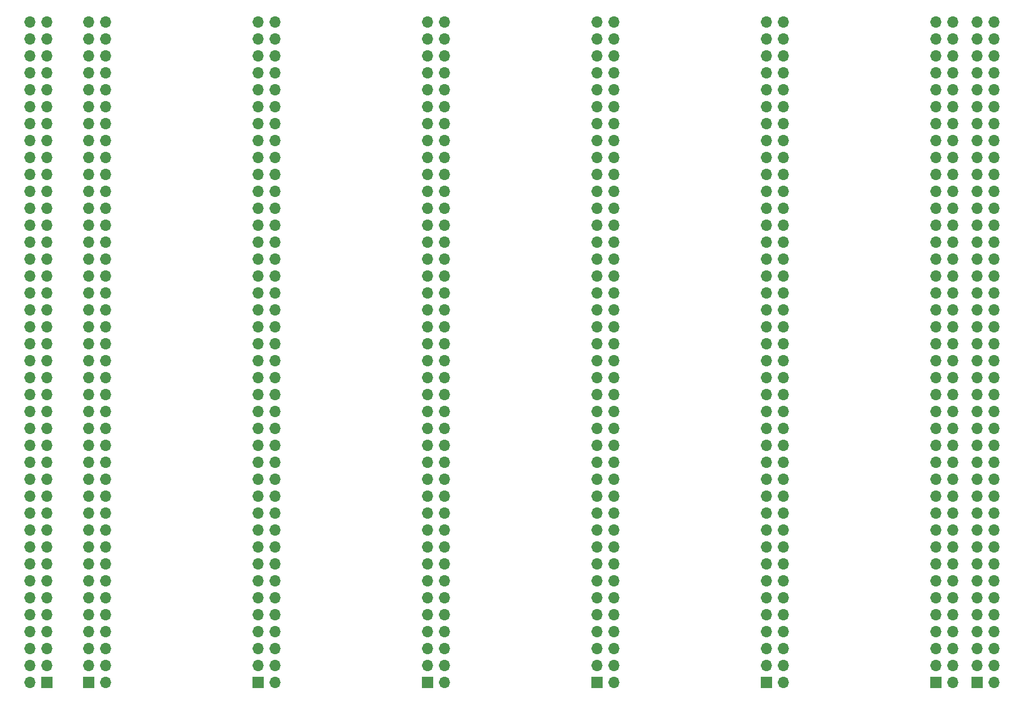
<source format=gbr>
%TF.GenerationSoftware,KiCad,Pcbnew,(5.1.10-1-10_14)*%
%TF.CreationDate,2021-07-17T22:38:12-07:00*%
%TF.ProjectId,Backplane,4261636b-706c-4616-9e65-2e6b69636164,rev?*%
%TF.SameCoordinates,Original*%
%TF.FileFunction,Copper,L2,Bot*%
%TF.FilePolarity,Positive*%
%FSLAX46Y46*%
G04 Gerber Fmt 4.6, Leading zero omitted, Abs format (unit mm)*
G04 Created by KiCad (PCBNEW (5.1.10-1-10_14)) date 2021-07-17 22:38:12*
%MOMM*%
%LPD*%
G01*
G04 APERTURE LIST*
%TA.AperFunction,ComponentPad*%
%ADD10O,1.700000X1.700000*%
%TD*%
%TA.AperFunction,ComponentPad*%
%ADD11R,1.700000X1.700000*%
%TD*%
G04 APERTURE END LIST*
D10*
%TO.P,J3,80*%
%TO.N,/41*%
X194310000Y-43815000D03*
%TO.P,J3,79*%
%TO.N,/40*%
X191770000Y-43815000D03*
%TO.P,J3,78*%
%TO.N,/42*%
X194310000Y-46355000D03*
%TO.P,J3,77*%
%TO.N,/39*%
X191770000Y-46355000D03*
%TO.P,J3,76*%
%TO.N,/43*%
X194310000Y-48895000D03*
%TO.P,J3,75*%
%TO.N,/38*%
X191770000Y-48895000D03*
%TO.P,J3,74*%
%TO.N,/44*%
X194310000Y-51435000D03*
%TO.P,J3,73*%
%TO.N,/37*%
X191770000Y-51435000D03*
%TO.P,J3,72*%
%TO.N,/45*%
X194310000Y-53975000D03*
%TO.P,J3,71*%
%TO.N,/36*%
X191770000Y-53975000D03*
%TO.P,J3,70*%
%TO.N,/46*%
X194310000Y-56515000D03*
%TO.P,J3,69*%
%TO.N,/35*%
X191770000Y-56515000D03*
%TO.P,J3,68*%
%TO.N,/47*%
X194310000Y-59055000D03*
%TO.P,J3,67*%
%TO.N,/34*%
X191770000Y-59055000D03*
%TO.P,J3,66*%
%TO.N,/48*%
X194310000Y-61595000D03*
%TO.P,J3,65*%
%TO.N,/33*%
X191770000Y-61595000D03*
%TO.P,J3,64*%
%TO.N,/49*%
X194310000Y-64135000D03*
%TO.P,J3,63*%
%TO.N,/32*%
X191770000Y-64135000D03*
%TO.P,J3,62*%
%TO.N,/50*%
X194310000Y-66675000D03*
%TO.P,J3,61*%
%TO.N,/31*%
X191770000Y-66675000D03*
%TO.P,J3,60*%
%TO.N,/51*%
X194310000Y-69215000D03*
%TO.P,J3,59*%
%TO.N,/30*%
X191770000Y-69215000D03*
%TO.P,J3,58*%
%TO.N,/52*%
X194310000Y-71755000D03*
%TO.P,J3,57*%
%TO.N,/29*%
X191770000Y-71755000D03*
%TO.P,J3,56*%
%TO.N,/53*%
X194310000Y-74295000D03*
%TO.P,J3,55*%
%TO.N,/28*%
X191770000Y-74295000D03*
%TO.P,J3,54*%
%TO.N,/54*%
X194310000Y-76835000D03*
%TO.P,J3,53*%
%TO.N,/27*%
X191770000Y-76835000D03*
%TO.P,J3,52*%
%TO.N,/55*%
X194310000Y-79375000D03*
%TO.P,J3,51*%
%TO.N,/26*%
X191770000Y-79375000D03*
%TO.P,J3,50*%
%TO.N,/56*%
X194310000Y-81915000D03*
%TO.P,J3,49*%
%TO.N,/25*%
X191770000Y-81915000D03*
%TO.P,J3,48*%
%TO.N,/57*%
X194310000Y-84455000D03*
%TO.P,J3,47*%
%TO.N,/24*%
X191770000Y-84455000D03*
%TO.P,J3,46*%
%TO.N,/58*%
X194310000Y-86995000D03*
%TO.P,J3,45*%
%TO.N,/23*%
X191770000Y-86995000D03*
%TO.P,J3,44*%
%TO.N,/59*%
X194310000Y-89535000D03*
%TO.P,J3,43*%
%TO.N,/22*%
X191770000Y-89535000D03*
%TO.P,J3,42*%
%TO.N,/60*%
X194310000Y-92075000D03*
%TO.P,J3,41*%
%TO.N,/21*%
X191770000Y-92075000D03*
%TO.P,J3,40*%
%TO.N,/61*%
X194310000Y-94615000D03*
%TO.P,J3,39*%
%TO.N,/20*%
X191770000Y-94615000D03*
%TO.P,J3,38*%
%TO.N,/62*%
X194310000Y-97155000D03*
%TO.P,J3,37*%
%TO.N,/19*%
X191770000Y-97155000D03*
%TO.P,J3,36*%
%TO.N,/63*%
X194310000Y-99695000D03*
%TO.P,J3,35*%
%TO.N,/18*%
X191770000Y-99695000D03*
%TO.P,J3,34*%
%TO.N,/64*%
X194310000Y-102235000D03*
%TO.P,J3,33*%
%TO.N,/17*%
X191770000Y-102235000D03*
%TO.P,J3,32*%
%TO.N,/65*%
X194310000Y-104775000D03*
%TO.P,J3,31*%
%TO.N,/16*%
X191770000Y-104775000D03*
%TO.P,J3,30*%
%TO.N,/66*%
X194310000Y-107315000D03*
%TO.P,J3,29*%
%TO.N,/15*%
X191770000Y-107315000D03*
%TO.P,J3,28*%
%TO.N,/67*%
X194310000Y-109855000D03*
%TO.P,J3,27*%
%TO.N,/14*%
X191770000Y-109855000D03*
%TO.P,J3,26*%
%TO.N,/68*%
X194310000Y-112395000D03*
%TO.P,J3,25*%
%TO.N,/13*%
X191770000Y-112395000D03*
%TO.P,J3,24*%
%TO.N,/69*%
X194310000Y-114935000D03*
%TO.P,J3,23*%
%TO.N,/12*%
X191770000Y-114935000D03*
%TO.P,J3,22*%
%TO.N,/70*%
X194310000Y-117475000D03*
%TO.P,J3,21*%
%TO.N,/11*%
X191770000Y-117475000D03*
%TO.P,J3,20*%
%TO.N,/71*%
X194310000Y-120015000D03*
%TO.P,J3,19*%
%TO.N,/10*%
X191770000Y-120015000D03*
%TO.P,J3,18*%
%TO.N,/72*%
X194310000Y-122555000D03*
%TO.P,J3,17*%
%TO.N,/9*%
X191770000Y-122555000D03*
%TO.P,J3,16*%
%TO.N,/73*%
X194310000Y-125095000D03*
%TO.P,J3,15*%
%TO.N,/8*%
X191770000Y-125095000D03*
%TO.P,J3,14*%
%TO.N,/74*%
X194310000Y-127635000D03*
%TO.P,J3,13*%
%TO.N,/7*%
X191770000Y-127635000D03*
%TO.P,J3,12*%
%TO.N,/75*%
X194310000Y-130175000D03*
%TO.P,J3,11*%
%TO.N,/6*%
X191770000Y-130175000D03*
%TO.P,J3,10*%
%TO.N,/76*%
X194310000Y-132715000D03*
%TO.P,J3,9*%
%TO.N,/5*%
X191770000Y-132715000D03*
%TO.P,J3,8*%
%TO.N,/77*%
X194310000Y-135255000D03*
%TO.P,J3,7*%
%TO.N,/4*%
X191770000Y-135255000D03*
%TO.P,J3,6*%
%TO.N,/78*%
X194310000Y-137795000D03*
%TO.P,J3,5*%
%TO.N,/3*%
X191770000Y-137795000D03*
%TO.P,J3,4*%
%TO.N,/79*%
X194310000Y-140335000D03*
%TO.P,J3,3*%
%TO.N,/2*%
X191770000Y-140335000D03*
%TO.P,J3,2*%
%TO.N,/80*%
X194310000Y-142875000D03*
D11*
%TO.P,J3,1*%
%TO.N,/1*%
X191770000Y-142875000D03*
%TD*%
%TO.P,J1,1*%
%TO.N,/1*%
X223393000Y-142875000D03*
D10*
%TO.P,J1,2*%
%TO.N,/80*%
X225933000Y-142875000D03*
%TO.P,J1,3*%
%TO.N,/2*%
X223393000Y-140335000D03*
%TO.P,J1,4*%
%TO.N,/79*%
X225933000Y-140335000D03*
%TO.P,J1,5*%
%TO.N,/3*%
X223393000Y-137795000D03*
%TO.P,J1,6*%
%TO.N,/78*%
X225933000Y-137795000D03*
%TO.P,J1,7*%
%TO.N,/4*%
X223393000Y-135255000D03*
%TO.P,J1,8*%
%TO.N,/77*%
X225933000Y-135255000D03*
%TO.P,J1,9*%
%TO.N,/5*%
X223393000Y-132715000D03*
%TO.P,J1,10*%
%TO.N,/76*%
X225933000Y-132715000D03*
%TO.P,J1,11*%
%TO.N,/6*%
X223393000Y-130175000D03*
%TO.P,J1,12*%
%TO.N,/75*%
X225933000Y-130175000D03*
%TO.P,J1,13*%
%TO.N,/7*%
X223393000Y-127635000D03*
%TO.P,J1,14*%
%TO.N,/74*%
X225933000Y-127635000D03*
%TO.P,J1,15*%
%TO.N,/8*%
X223393000Y-125095000D03*
%TO.P,J1,16*%
%TO.N,/73*%
X225933000Y-125095000D03*
%TO.P,J1,17*%
%TO.N,/9*%
X223393000Y-122555000D03*
%TO.P,J1,18*%
%TO.N,/72*%
X225933000Y-122555000D03*
%TO.P,J1,19*%
%TO.N,/10*%
X223393000Y-120015000D03*
%TO.P,J1,20*%
%TO.N,/71*%
X225933000Y-120015000D03*
%TO.P,J1,21*%
%TO.N,/11*%
X223393000Y-117475000D03*
%TO.P,J1,22*%
%TO.N,/70*%
X225933000Y-117475000D03*
%TO.P,J1,23*%
%TO.N,/12*%
X223393000Y-114935000D03*
%TO.P,J1,24*%
%TO.N,/69*%
X225933000Y-114935000D03*
%TO.P,J1,25*%
%TO.N,/13*%
X223393000Y-112395000D03*
%TO.P,J1,26*%
%TO.N,/68*%
X225933000Y-112395000D03*
%TO.P,J1,27*%
%TO.N,/14*%
X223393000Y-109855000D03*
%TO.P,J1,28*%
%TO.N,/67*%
X225933000Y-109855000D03*
%TO.P,J1,29*%
%TO.N,/15*%
X223393000Y-107315000D03*
%TO.P,J1,30*%
%TO.N,/66*%
X225933000Y-107315000D03*
%TO.P,J1,31*%
%TO.N,/16*%
X223393000Y-104775000D03*
%TO.P,J1,32*%
%TO.N,/65*%
X225933000Y-104775000D03*
%TO.P,J1,33*%
%TO.N,/17*%
X223393000Y-102235000D03*
%TO.P,J1,34*%
%TO.N,/64*%
X225933000Y-102235000D03*
%TO.P,J1,35*%
%TO.N,/18*%
X223393000Y-99695000D03*
%TO.P,J1,36*%
%TO.N,/63*%
X225933000Y-99695000D03*
%TO.P,J1,37*%
%TO.N,/19*%
X223393000Y-97155000D03*
%TO.P,J1,38*%
%TO.N,/62*%
X225933000Y-97155000D03*
%TO.P,J1,39*%
%TO.N,/20*%
X223393000Y-94615000D03*
%TO.P,J1,40*%
%TO.N,/61*%
X225933000Y-94615000D03*
%TO.P,J1,41*%
%TO.N,/21*%
X223393000Y-92075000D03*
%TO.P,J1,42*%
%TO.N,/60*%
X225933000Y-92075000D03*
%TO.P,J1,43*%
%TO.N,/22*%
X223393000Y-89535000D03*
%TO.P,J1,44*%
%TO.N,/59*%
X225933000Y-89535000D03*
%TO.P,J1,45*%
%TO.N,/23*%
X223393000Y-86995000D03*
%TO.P,J1,46*%
%TO.N,/58*%
X225933000Y-86995000D03*
%TO.P,J1,47*%
%TO.N,/24*%
X223393000Y-84455000D03*
%TO.P,J1,48*%
%TO.N,/57*%
X225933000Y-84455000D03*
%TO.P,J1,49*%
%TO.N,/25*%
X223393000Y-81915000D03*
%TO.P,J1,50*%
%TO.N,/56*%
X225933000Y-81915000D03*
%TO.P,J1,51*%
%TO.N,/26*%
X223393000Y-79375000D03*
%TO.P,J1,52*%
%TO.N,/55*%
X225933000Y-79375000D03*
%TO.P,J1,53*%
%TO.N,/27*%
X223393000Y-76835000D03*
%TO.P,J1,54*%
%TO.N,/54*%
X225933000Y-76835000D03*
%TO.P,J1,55*%
%TO.N,/28*%
X223393000Y-74295000D03*
%TO.P,J1,56*%
%TO.N,/53*%
X225933000Y-74295000D03*
%TO.P,J1,57*%
%TO.N,/29*%
X223393000Y-71755000D03*
%TO.P,J1,58*%
%TO.N,/52*%
X225933000Y-71755000D03*
%TO.P,J1,59*%
%TO.N,/30*%
X223393000Y-69215000D03*
%TO.P,J1,60*%
%TO.N,/51*%
X225933000Y-69215000D03*
%TO.P,J1,61*%
%TO.N,/31*%
X223393000Y-66675000D03*
%TO.P,J1,62*%
%TO.N,/50*%
X225933000Y-66675000D03*
%TO.P,J1,63*%
%TO.N,/32*%
X223393000Y-64135000D03*
%TO.P,J1,64*%
%TO.N,/49*%
X225933000Y-64135000D03*
%TO.P,J1,65*%
%TO.N,/33*%
X223393000Y-61595000D03*
%TO.P,J1,66*%
%TO.N,/48*%
X225933000Y-61595000D03*
%TO.P,J1,67*%
%TO.N,/34*%
X223393000Y-59055000D03*
%TO.P,J1,68*%
%TO.N,/47*%
X225933000Y-59055000D03*
%TO.P,J1,69*%
%TO.N,/35*%
X223393000Y-56515000D03*
%TO.P,J1,70*%
%TO.N,/46*%
X225933000Y-56515000D03*
%TO.P,J1,71*%
%TO.N,/36*%
X223393000Y-53975000D03*
%TO.P,J1,72*%
%TO.N,/45*%
X225933000Y-53975000D03*
%TO.P,J1,73*%
%TO.N,/37*%
X223393000Y-51435000D03*
%TO.P,J1,74*%
%TO.N,/44*%
X225933000Y-51435000D03*
%TO.P,J1,75*%
%TO.N,/38*%
X223393000Y-48895000D03*
%TO.P,J1,76*%
%TO.N,/43*%
X225933000Y-48895000D03*
%TO.P,J1,77*%
%TO.N,/39*%
X223393000Y-46355000D03*
%TO.P,J1,78*%
%TO.N,/42*%
X225933000Y-46355000D03*
%TO.P,J1,79*%
%TO.N,/40*%
X223393000Y-43815000D03*
%TO.P,J1,80*%
%TO.N,/41*%
X225933000Y-43815000D03*
%TD*%
%TO.P,J7,80*%
%TO.N,/41*%
X92710000Y-43815000D03*
%TO.P,J7,79*%
%TO.N,/40*%
X90170000Y-43815000D03*
%TO.P,J7,78*%
%TO.N,/42*%
X92710000Y-46355000D03*
%TO.P,J7,77*%
%TO.N,/39*%
X90170000Y-46355000D03*
%TO.P,J7,76*%
%TO.N,/43*%
X92710000Y-48895000D03*
%TO.P,J7,75*%
%TO.N,/38*%
X90170000Y-48895000D03*
%TO.P,J7,74*%
%TO.N,/44*%
X92710000Y-51435000D03*
%TO.P,J7,73*%
%TO.N,/37*%
X90170000Y-51435000D03*
%TO.P,J7,72*%
%TO.N,/45*%
X92710000Y-53975000D03*
%TO.P,J7,71*%
%TO.N,/36*%
X90170000Y-53975000D03*
%TO.P,J7,70*%
%TO.N,/46*%
X92710000Y-56515000D03*
%TO.P,J7,69*%
%TO.N,/35*%
X90170000Y-56515000D03*
%TO.P,J7,68*%
%TO.N,/47*%
X92710000Y-59055000D03*
%TO.P,J7,67*%
%TO.N,/34*%
X90170000Y-59055000D03*
%TO.P,J7,66*%
%TO.N,/48*%
X92710000Y-61595000D03*
%TO.P,J7,65*%
%TO.N,/33*%
X90170000Y-61595000D03*
%TO.P,J7,64*%
%TO.N,/49*%
X92710000Y-64135000D03*
%TO.P,J7,63*%
%TO.N,/32*%
X90170000Y-64135000D03*
%TO.P,J7,62*%
%TO.N,/50*%
X92710000Y-66675000D03*
%TO.P,J7,61*%
%TO.N,/31*%
X90170000Y-66675000D03*
%TO.P,J7,60*%
%TO.N,/51*%
X92710000Y-69215000D03*
%TO.P,J7,59*%
%TO.N,/30*%
X90170000Y-69215000D03*
%TO.P,J7,58*%
%TO.N,/52*%
X92710000Y-71755000D03*
%TO.P,J7,57*%
%TO.N,/29*%
X90170000Y-71755000D03*
%TO.P,J7,56*%
%TO.N,/53*%
X92710000Y-74295000D03*
%TO.P,J7,55*%
%TO.N,/28*%
X90170000Y-74295000D03*
%TO.P,J7,54*%
%TO.N,/54*%
X92710000Y-76835000D03*
%TO.P,J7,53*%
%TO.N,/27*%
X90170000Y-76835000D03*
%TO.P,J7,52*%
%TO.N,/55*%
X92710000Y-79375000D03*
%TO.P,J7,51*%
%TO.N,/26*%
X90170000Y-79375000D03*
%TO.P,J7,50*%
%TO.N,/56*%
X92710000Y-81915000D03*
%TO.P,J7,49*%
%TO.N,/25*%
X90170000Y-81915000D03*
%TO.P,J7,48*%
%TO.N,/57*%
X92710000Y-84455000D03*
%TO.P,J7,47*%
%TO.N,/24*%
X90170000Y-84455000D03*
%TO.P,J7,46*%
%TO.N,/58*%
X92710000Y-86995000D03*
%TO.P,J7,45*%
%TO.N,/23*%
X90170000Y-86995000D03*
%TO.P,J7,44*%
%TO.N,/59*%
X92710000Y-89535000D03*
%TO.P,J7,43*%
%TO.N,/22*%
X90170000Y-89535000D03*
%TO.P,J7,42*%
%TO.N,/60*%
X92710000Y-92075000D03*
%TO.P,J7,41*%
%TO.N,/21*%
X90170000Y-92075000D03*
%TO.P,J7,40*%
%TO.N,/61*%
X92710000Y-94615000D03*
%TO.P,J7,39*%
%TO.N,/20*%
X90170000Y-94615000D03*
%TO.P,J7,38*%
%TO.N,/62*%
X92710000Y-97155000D03*
%TO.P,J7,37*%
%TO.N,/19*%
X90170000Y-97155000D03*
%TO.P,J7,36*%
%TO.N,/63*%
X92710000Y-99695000D03*
%TO.P,J7,35*%
%TO.N,/18*%
X90170000Y-99695000D03*
%TO.P,J7,34*%
%TO.N,/64*%
X92710000Y-102235000D03*
%TO.P,J7,33*%
%TO.N,/17*%
X90170000Y-102235000D03*
%TO.P,J7,32*%
%TO.N,/65*%
X92710000Y-104775000D03*
%TO.P,J7,31*%
%TO.N,/16*%
X90170000Y-104775000D03*
%TO.P,J7,30*%
%TO.N,/66*%
X92710000Y-107315000D03*
%TO.P,J7,29*%
%TO.N,/15*%
X90170000Y-107315000D03*
%TO.P,J7,28*%
%TO.N,/67*%
X92710000Y-109855000D03*
%TO.P,J7,27*%
%TO.N,/14*%
X90170000Y-109855000D03*
%TO.P,J7,26*%
%TO.N,/68*%
X92710000Y-112395000D03*
%TO.P,J7,25*%
%TO.N,/13*%
X90170000Y-112395000D03*
%TO.P,J7,24*%
%TO.N,/69*%
X92710000Y-114935000D03*
%TO.P,J7,23*%
%TO.N,/12*%
X90170000Y-114935000D03*
%TO.P,J7,22*%
%TO.N,/70*%
X92710000Y-117475000D03*
%TO.P,J7,21*%
%TO.N,/11*%
X90170000Y-117475000D03*
%TO.P,J7,20*%
%TO.N,/71*%
X92710000Y-120015000D03*
%TO.P,J7,19*%
%TO.N,/10*%
X90170000Y-120015000D03*
%TO.P,J7,18*%
%TO.N,/72*%
X92710000Y-122555000D03*
%TO.P,J7,17*%
%TO.N,/9*%
X90170000Y-122555000D03*
%TO.P,J7,16*%
%TO.N,/73*%
X92710000Y-125095000D03*
%TO.P,J7,15*%
%TO.N,/8*%
X90170000Y-125095000D03*
%TO.P,J7,14*%
%TO.N,/74*%
X92710000Y-127635000D03*
%TO.P,J7,13*%
%TO.N,/7*%
X90170000Y-127635000D03*
%TO.P,J7,12*%
%TO.N,/75*%
X92710000Y-130175000D03*
%TO.P,J7,11*%
%TO.N,/6*%
X90170000Y-130175000D03*
%TO.P,J7,10*%
%TO.N,/76*%
X92710000Y-132715000D03*
%TO.P,J7,9*%
%TO.N,/5*%
X90170000Y-132715000D03*
%TO.P,J7,8*%
%TO.N,/77*%
X92710000Y-135255000D03*
%TO.P,J7,7*%
%TO.N,/4*%
X90170000Y-135255000D03*
%TO.P,J7,6*%
%TO.N,/78*%
X92710000Y-137795000D03*
%TO.P,J7,5*%
%TO.N,/3*%
X90170000Y-137795000D03*
%TO.P,J7,4*%
%TO.N,/79*%
X92710000Y-140335000D03*
%TO.P,J7,3*%
%TO.N,/2*%
X90170000Y-140335000D03*
%TO.P,J7,2*%
%TO.N,/80*%
X92710000Y-142875000D03*
D11*
%TO.P,J7,1*%
%TO.N,/1*%
X90170000Y-142875000D03*
%TD*%
D10*
%TO.P,J8,80*%
%TO.N,/41*%
X81407000Y-43815000D03*
%TO.P,J8,79*%
%TO.N,/40*%
X83947000Y-43815000D03*
%TO.P,J8,78*%
%TO.N,/42*%
X81407000Y-46355000D03*
%TO.P,J8,77*%
%TO.N,/39*%
X83947000Y-46355000D03*
%TO.P,J8,76*%
%TO.N,/43*%
X81407000Y-48895000D03*
%TO.P,J8,75*%
%TO.N,/38*%
X83947000Y-48895000D03*
%TO.P,J8,74*%
%TO.N,/44*%
X81407000Y-51435000D03*
%TO.P,J8,73*%
%TO.N,/37*%
X83947000Y-51435000D03*
%TO.P,J8,72*%
%TO.N,/45*%
X81407000Y-53975000D03*
%TO.P,J8,71*%
%TO.N,/36*%
X83947000Y-53975000D03*
%TO.P,J8,70*%
%TO.N,/46*%
X81407000Y-56515000D03*
%TO.P,J8,69*%
%TO.N,/35*%
X83947000Y-56515000D03*
%TO.P,J8,68*%
%TO.N,/47*%
X81407000Y-59055000D03*
%TO.P,J8,67*%
%TO.N,/34*%
X83947000Y-59055000D03*
%TO.P,J8,66*%
%TO.N,/48*%
X81407000Y-61595000D03*
%TO.P,J8,65*%
%TO.N,/33*%
X83947000Y-61595000D03*
%TO.P,J8,64*%
%TO.N,/49*%
X81407000Y-64135000D03*
%TO.P,J8,63*%
%TO.N,/32*%
X83947000Y-64135000D03*
%TO.P,J8,62*%
%TO.N,/50*%
X81407000Y-66675000D03*
%TO.P,J8,61*%
%TO.N,/31*%
X83947000Y-66675000D03*
%TO.P,J8,60*%
%TO.N,/51*%
X81407000Y-69215000D03*
%TO.P,J8,59*%
%TO.N,/30*%
X83947000Y-69215000D03*
%TO.P,J8,58*%
%TO.N,/52*%
X81407000Y-71755000D03*
%TO.P,J8,57*%
%TO.N,/29*%
X83947000Y-71755000D03*
%TO.P,J8,56*%
%TO.N,/53*%
X81407000Y-74295000D03*
%TO.P,J8,55*%
%TO.N,/28*%
X83947000Y-74295000D03*
%TO.P,J8,54*%
%TO.N,/54*%
X81407000Y-76835000D03*
%TO.P,J8,53*%
%TO.N,/27*%
X83947000Y-76835000D03*
%TO.P,J8,52*%
%TO.N,/55*%
X81407000Y-79375000D03*
%TO.P,J8,51*%
%TO.N,/26*%
X83947000Y-79375000D03*
%TO.P,J8,50*%
%TO.N,/56*%
X81407000Y-81915000D03*
%TO.P,J8,49*%
%TO.N,/25*%
X83947000Y-81915000D03*
%TO.P,J8,48*%
%TO.N,/57*%
X81407000Y-84455000D03*
%TO.P,J8,47*%
%TO.N,/24*%
X83947000Y-84455000D03*
%TO.P,J8,46*%
%TO.N,/58*%
X81407000Y-86995000D03*
%TO.P,J8,45*%
%TO.N,/23*%
X83947000Y-86995000D03*
%TO.P,J8,44*%
%TO.N,/59*%
X81407000Y-89535000D03*
%TO.P,J8,43*%
%TO.N,/22*%
X83947000Y-89535000D03*
%TO.P,J8,42*%
%TO.N,/60*%
X81407000Y-92075000D03*
%TO.P,J8,41*%
%TO.N,/21*%
X83947000Y-92075000D03*
%TO.P,J8,40*%
%TO.N,/61*%
X81407000Y-94615000D03*
%TO.P,J8,39*%
%TO.N,/20*%
X83947000Y-94615000D03*
%TO.P,J8,38*%
%TO.N,/62*%
X81407000Y-97155000D03*
%TO.P,J8,37*%
%TO.N,/19*%
X83947000Y-97155000D03*
%TO.P,J8,36*%
%TO.N,/63*%
X81407000Y-99695000D03*
%TO.P,J8,35*%
%TO.N,/18*%
X83947000Y-99695000D03*
%TO.P,J8,34*%
%TO.N,/64*%
X81407000Y-102235000D03*
%TO.P,J8,33*%
%TO.N,/17*%
X83947000Y-102235000D03*
%TO.P,J8,32*%
%TO.N,/65*%
X81407000Y-104775000D03*
%TO.P,J8,31*%
%TO.N,/16*%
X83947000Y-104775000D03*
%TO.P,J8,30*%
%TO.N,/66*%
X81407000Y-107315000D03*
%TO.P,J8,29*%
%TO.N,/15*%
X83947000Y-107315000D03*
%TO.P,J8,28*%
%TO.N,/67*%
X81407000Y-109855000D03*
%TO.P,J8,27*%
%TO.N,/14*%
X83947000Y-109855000D03*
%TO.P,J8,26*%
%TO.N,/68*%
X81407000Y-112395000D03*
%TO.P,J8,25*%
%TO.N,/13*%
X83947000Y-112395000D03*
%TO.P,J8,24*%
%TO.N,/69*%
X81407000Y-114935000D03*
%TO.P,J8,23*%
%TO.N,/12*%
X83947000Y-114935000D03*
%TO.P,J8,22*%
%TO.N,/70*%
X81407000Y-117475000D03*
%TO.P,J8,21*%
%TO.N,/11*%
X83947000Y-117475000D03*
%TO.P,J8,20*%
%TO.N,/71*%
X81407000Y-120015000D03*
%TO.P,J8,19*%
%TO.N,/10*%
X83947000Y-120015000D03*
%TO.P,J8,18*%
%TO.N,/72*%
X81407000Y-122555000D03*
%TO.P,J8,17*%
%TO.N,/9*%
X83947000Y-122555000D03*
%TO.P,J8,16*%
%TO.N,/73*%
X81407000Y-125095000D03*
%TO.P,J8,15*%
%TO.N,/8*%
X83947000Y-125095000D03*
%TO.P,J8,14*%
%TO.N,/74*%
X81407000Y-127635000D03*
%TO.P,J8,13*%
%TO.N,/7*%
X83947000Y-127635000D03*
%TO.P,J8,12*%
%TO.N,/75*%
X81407000Y-130175000D03*
%TO.P,J8,11*%
%TO.N,/6*%
X83947000Y-130175000D03*
%TO.P,J8,10*%
%TO.N,/76*%
X81407000Y-132715000D03*
%TO.P,J8,9*%
%TO.N,/5*%
X83947000Y-132715000D03*
%TO.P,J8,8*%
%TO.N,/77*%
X81407000Y-135255000D03*
%TO.P,J8,7*%
%TO.N,/4*%
X83947000Y-135255000D03*
%TO.P,J8,6*%
%TO.N,/78*%
X81407000Y-137795000D03*
%TO.P,J8,5*%
%TO.N,/3*%
X83947000Y-137795000D03*
%TO.P,J8,4*%
%TO.N,/79*%
X81407000Y-140335000D03*
%TO.P,J8,3*%
%TO.N,/2*%
X83947000Y-140335000D03*
%TO.P,J8,2*%
%TO.N,/80*%
X81407000Y-142875000D03*
D11*
%TO.P,J8,1*%
%TO.N,/1*%
X83947000Y-142875000D03*
%TD*%
%TO.P,J6,1*%
%TO.N,/1*%
X115570000Y-142875000D03*
D10*
%TO.P,J6,2*%
%TO.N,/80*%
X118110000Y-142875000D03*
%TO.P,J6,3*%
%TO.N,/2*%
X115570000Y-140335000D03*
%TO.P,J6,4*%
%TO.N,/79*%
X118110000Y-140335000D03*
%TO.P,J6,5*%
%TO.N,/3*%
X115570000Y-137795000D03*
%TO.P,J6,6*%
%TO.N,/78*%
X118110000Y-137795000D03*
%TO.P,J6,7*%
%TO.N,/4*%
X115570000Y-135255000D03*
%TO.P,J6,8*%
%TO.N,/77*%
X118110000Y-135255000D03*
%TO.P,J6,9*%
%TO.N,/5*%
X115570000Y-132715000D03*
%TO.P,J6,10*%
%TO.N,/76*%
X118110000Y-132715000D03*
%TO.P,J6,11*%
%TO.N,/6*%
X115570000Y-130175000D03*
%TO.P,J6,12*%
%TO.N,/75*%
X118110000Y-130175000D03*
%TO.P,J6,13*%
%TO.N,/7*%
X115570000Y-127635000D03*
%TO.P,J6,14*%
%TO.N,/74*%
X118110000Y-127635000D03*
%TO.P,J6,15*%
%TO.N,/8*%
X115570000Y-125095000D03*
%TO.P,J6,16*%
%TO.N,/73*%
X118110000Y-125095000D03*
%TO.P,J6,17*%
%TO.N,/9*%
X115570000Y-122555000D03*
%TO.P,J6,18*%
%TO.N,/72*%
X118110000Y-122555000D03*
%TO.P,J6,19*%
%TO.N,/10*%
X115570000Y-120015000D03*
%TO.P,J6,20*%
%TO.N,/71*%
X118110000Y-120015000D03*
%TO.P,J6,21*%
%TO.N,/11*%
X115570000Y-117475000D03*
%TO.P,J6,22*%
%TO.N,/70*%
X118110000Y-117475000D03*
%TO.P,J6,23*%
%TO.N,/12*%
X115570000Y-114935000D03*
%TO.P,J6,24*%
%TO.N,/69*%
X118110000Y-114935000D03*
%TO.P,J6,25*%
%TO.N,/13*%
X115570000Y-112395000D03*
%TO.P,J6,26*%
%TO.N,/68*%
X118110000Y-112395000D03*
%TO.P,J6,27*%
%TO.N,/14*%
X115570000Y-109855000D03*
%TO.P,J6,28*%
%TO.N,/67*%
X118110000Y-109855000D03*
%TO.P,J6,29*%
%TO.N,/15*%
X115570000Y-107315000D03*
%TO.P,J6,30*%
%TO.N,/66*%
X118110000Y-107315000D03*
%TO.P,J6,31*%
%TO.N,/16*%
X115570000Y-104775000D03*
%TO.P,J6,32*%
%TO.N,/65*%
X118110000Y-104775000D03*
%TO.P,J6,33*%
%TO.N,/17*%
X115570000Y-102235000D03*
%TO.P,J6,34*%
%TO.N,/64*%
X118110000Y-102235000D03*
%TO.P,J6,35*%
%TO.N,/18*%
X115570000Y-99695000D03*
%TO.P,J6,36*%
%TO.N,/63*%
X118110000Y-99695000D03*
%TO.P,J6,37*%
%TO.N,/19*%
X115570000Y-97155000D03*
%TO.P,J6,38*%
%TO.N,/62*%
X118110000Y-97155000D03*
%TO.P,J6,39*%
%TO.N,/20*%
X115570000Y-94615000D03*
%TO.P,J6,40*%
%TO.N,/61*%
X118110000Y-94615000D03*
%TO.P,J6,41*%
%TO.N,/21*%
X115570000Y-92075000D03*
%TO.P,J6,42*%
%TO.N,/60*%
X118110000Y-92075000D03*
%TO.P,J6,43*%
%TO.N,/22*%
X115570000Y-89535000D03*
%TO.P,J6,44*%
%TO.N,/59*%
X118110000Y-89535000D03*
%TO.P,J6,45*%
%TO.N,/23*%
X115570000Y-86995000D03*
%TO.P,J6,46*%
%TO.N,/58*%
X118110000Y-86995000D03*
%TO.P,J6,47*%
%TO.N,/24*%
X115570000Y-84455000D03*
%TO.P,J6,48*%
%TO.N,/57*%
X118110000Y-84455000D03*
%TO.P,J6,49*%
%TO.N,/25*%
X115570000Y-81915000D03*
%TO.P,J6,50*%
%TO.N,/56*%
X118110000Y-81915000D03*
%TO.P,J6,51*%
%TO.N,/26*%
X115570000Y-79375000D03*
%TO.P,J6,52*%
%TO.N,/55*%
X118110000Y-79375000D03*
%TO.P,J6,53*%
%TO.N,/27*%
X115570000Y-76835000D03*
%TO.P,J6,54*%
%TO.N,/54*%
X118110000Y-76835000D03*
%TO.P,J6,55*%
%TO.N,/28*%
X115570000Y-74295000D03*
%TO.P,J6,56*%
%TO.N,/53*%
X118110000Y-74295000D03*
%TO.P,J6,57*%
%TO.N,/29*%
X115570000Y-71755000D03*
%TO.P,J6,58*%
%TO.N,/52*%
X118110000Y-71755000D03*
%TO.P,J6,59*%
%TO.N,/30*%
X115570000Y-69215000D03*
%TO.P,J6,60*%
%TO.N,/51*%
X118110000Y-69215000D03*
%TO.P,J6,61*%
%TO.N,/31*%
X115570000Y-66675000D03*
%TO.P,J6,62*%
%TO.N,/50*%
X118110000Y-66675000D03*
%TO.P,J6,63*%
%TO.N,/32*%
X115570000Y-64135000D03*
%TO.P,J6,64*%
%TO.N,/49*%
X118110000Y-64135000D03*
%TO.P,J6,65*%
%TO.N,/33*%
X115570000Y-61595000D03*
%TO.P,J6,66*%
%TO.N,/48*%
X118110000Y-61595000D03*
%TO.P,J6,67*%
%TO.N,/34*%
X115570000Y-59055000D03*
%TO.P,J6,68*%
%TO.N,/47*%
X118110000Y-59055000D03*
%TO.P,J6,69*%
%TO.N,/35*%
X115570000Y-56515000D03*
%TO.P,J6,70*%
%TO.N,/46*%
X118110000Y-56515000D03*
%TO.P,J6,71*%
%TO.N,/36*%
X115570000Y-53975000D03*
%TO.P,J6,72*%
%TO.N,/45*%
X118110000Y-53975000D03*
%TO.P,J6,73*%
%TO.N,/37*%
X115570000Y-51435000D03*
%TO.P,J6,74*%
%TO.N,/44*%
X118110000Y-51435000D03*
%TO.P,J6,75*%
%TO.N,/38*%
X115570000Y-48895000D03*
%TO.P,J6,76*%
%TO.N,/43*%
X118110000Y-48895000D03*
%TO.P,J6,77*%
%TO.N,/39*%
X115570000Y-46355000D03*
%TO.P,J6,78*%
%TO.N,/42*%
X118110000Y-46355000D03*
%TO.P,J6,79*%
%TO.N,/40*%
X115570000Y-43815000D03*
%TO.P,J6,80*%
%TO.N,/41*%
X118110000Y-43815000D03*
%TD*%
D11*
%TO.P,J2,1*%
%TO.N,/1*%
X217170000Y-142875000D03*
D10*
%TO.P,J2,2*%
%TO.N,/80*%
X219710000Y-142875000D03*
%TO.P,J2,3*%
%TO.N,/2*%
X217170000Y-140335000D03*
%TO.P,J2,4*%
%TO.N,/79*%
X219710000Y-140335000D03*
%TO.P,J2,5*%
%TO.N,/3*%
X217170000Y-137795000D03*
%TO.P,J2,6*%
%TO.N,/78*%
X219710000Y-137795000D03*
%TO.P,J2,7*%
%TO.N,/4*%
X217170000Y-135255000D03*
%TO.P,J2,8*%
%TO.N,/77*%
X219710000Y-135255000D03*
%TO.P,J2,9*%
%TO.N,/5*%
X217170000Y-132715000D03*
%TO.P,J2,10*%
%TO.N,/76*%
X219710000Y-132715000D03*
%TO.P,J2,11*%
%TO.N,/6*%
X217170000Y-130175000D03*
%TO.P,J2,12*%
%TO.N,/75*%
X219710000Y-130175000D03*
%TO.P,J2,13*%
%TO.N,/7*%
X217170000Y-127635000D03*
%TO.P,J2,14*%
%TO.N,/74*%
X219710000Y-127635000D03*
%TO.P,J2,15*%
%TO.N,/8*%
X217170000Y-125095000D03*
%TO.P,J2,16*%
%TO.N,/73*%
X219710000Y-125095000D03*
%TO.P,J2,17*%
%TO.N,/9*%
X217170000Y-122555000D03*
%TO.P,J2,18*%
%TO.N,/72*%
X219710000Y-122555000D03*
%TO.P,J2,19*%
%TO.N,/10*%
X217170000Y-120015000D03*
%TO.P,J2,20*%
%TO.N,/71*%
X219710000Y-120015000D03*
%TO.P,J2,21*%
%TO.N,/11*%
X217170000Y-117475000D03*
%TO.P,J2,22*%
%TO.N,/70*%
X219710000Y-117475000D03*
%TO.P,J2,23*%
%TO.N,/12*%
X217170000Y-114935000D03*
%TO.P,J2,24*%
%TO.N,/69*%
X219710000Y-114935000D03*
%TO.P,J2,25*%
%TO.N,/13*%
X217170000Y-112395000D03*
%TO.P,J2,26*%
%TO.N,/68*%
X219710000Y-112395000D03*
%TO.P,J2,27*%
%TO.N,/14*%
X217170000Y-109855000D03*
%TO.P,J2,28*%
%TO.N,/67*%
X219710000Y-109855000D03*
%TO.P,J2,29*%
%TO.N,/15*%
X217170000Y-107315000D03*
%TO.P,J2,30*%
%TO.N,/66*%
X219710000Y-107315000D03*
%TO.P,J2,31*%
%TO.N,/16*%
X217170000Y-104775000D03*
%TO.P,J2,32*%
%TO.N,/65*%
X219710000Y-104775000D03*
%TO.P,J2,33*%
%TO.N,/17*%
X217170000Y-102235000D03*
%TO.P,J2,34*%
%TO.N,/64*%
X219710000Y-102235000D03*
%TO.P,J2,35*%
%TO.N,/18*%
X217170000Y-99695000D03*
%TO.P,J2,36*%
%TO.N,/63*%
X219710000Y-99695000D03*
%TO.P,J2,37*%
%TO.N,/19*%
X217170000Y-97155000D03*
%TO.P,J2,38*%
%TO.N,/62*%
X219710000Y-97155000D03*
%TO.P,J2,39*%
%TO.N,/20*%
X217170000Y-94615000D03*
%TO.P,J2,40*%
%TO.N,/61*%
X219710000Y-94615000D03*
%TO.P,J2,41*%
%TO.N,/21*%
X217170000Y-92075000D03*
%TO.P,J2,42*%
%TO.N,/60*%
X219710000Y-92075000D03*
%TO.P,J2,43*%
%TO.N,/22*%
X217170000Y-89535000D03*
%TO.P,J2,44*%
%TO.N,/59*%
X219710000Y-89535000D03*
%TO.P,J2,45*%
%TO.N,/23*%
X217170000Y-86995000D03*
%TO.P,J2,46*%
%TO.N,/58*%
X219710000Y-86995000D03*
%TO.P,J2,47*%
%TO.N,/24*%
X217170000Y-84455000D03*
%TO.P,J2,48*%
%TO.N,/57*%
X219710000Y-84455000D03*
%TO.P,J2,49*%
%TO.N,/25*%
X217170000Y-81915000D03*
%TO.P,J2,50*%
%TO.N,/56*%
X219710000Y-81915000D03*
%TO.P,J2,51*%
%TO.N,/26*%
X217170000Y-79375000D03*
%TO.P,J2,52*%
%TO.N,/55*%
X219710000Y-79375000D03*
%TO.P,J2,53*%
%TO.N,/27*%
X217170000Y-76835000D03*
%TO.P,J2,54*%
%TO.N,/54*%
X219710000Y-76835000D03*
%TO.P,J2,55*%
%TO.N,/28*%
X217170000Y-74295000D03*
%TO.P,J2,56*%
%TO.N,/53*%
X219710000Y-74295000D03*
%TO.P,J2,57*%
%TO.N,/29*%
X217170000Y-71755000D03*
%TO.P,J2,58*%
%TO.N,/52*%
X219710000Y-71755000D03*
%TO.P,J2,59*%
%TO.N,/30*%
X217170000Y-69215000D03*
%TO.P,J2,60*%
%TO.N,/51*%
X219710000Y-69215000D03*
%TO.P,J2,61*%
%TO.N,/31*%
X217170000Y-66675000D03*
%TO.P,J2,62*%
%TO.N,/50*%
X219710000Y-66675000D03*
%TO.P,J2,63*%
%TO.N,/32*%
X217170000Y-64135000D03*
%TO.P,J2,64*%
%TO.N,/49*%
X219710000Y-64135000D03*
%TO.P,J2,65*%
%TO.N,/33*%
X217170000Y-61595000D03*
%TO.P,J2,66*%
%TO.N,/48*%
X219710000Y-61595000D03*
%TO.P,J2,67*%
%TO.N,/34*%
X217170000Y-59055000D03*
%TO.P,J2,68*%
%TO.N,/47*%
X219710000Y-59055000D03*
%TO.P,J2,69*%
%TO.N,/35*%
X217170000Y-56515000D03*
%TO.P,J2,70*%
%TO.N,/46*%
X219710000Y-56515000D03*
%TO.P,J2,71*%
%TO.N,/36*%
X217170000Y-53975000D03*
%TO.P,J2,72*%
%TO.N,/45*%
X219710000Y-53975000D03*
%TO.P,J2,73*%
%TO.N,/37*%
X217170000Y-51435000D03*
%TO.P,J2,74*%
%TO.N,/44*%
X219710000Y-51435000D03*
%TO.P,J2,75*%
%TO.N,/38*%
X217170000Y-48895000D03*
%TO.P,J2,76*%
%TO.N,/43*%
X219710000Y-48895000D03*
%TO.P,J2,77*%
%TO.N,/39*%
X217170000Y-46355000D03*
%TO.P,J2,78*%
%TO.N,/42*%
X219710000Y-46355000D03*
%TO.P,J2,79*%
%TO.N,/40*%
X217170000Y-43815000D03*
%TO.P,J2,80*%
%TO.N,/41*%
X219710000Y-43815000D03*
%TD*%
D11*
%TO.P,J4,1*%
%TO.N,/1*%
X166370000Y-142875000D03*
D10*
%TO.P,J4,2*%
%TO.N,/80*%
X168910000Y-142875000D03*
%TO.P,J4,3*%
%TO.N,/2*%
X166370000Y-140335000D03*
%TO.P,J4,4*%
%TO.N,/79*%
X168910000Y-140335000D03*
%TO.P,J4,5*%
%TO.N,/3*%
X166370000Y-137795000D03*
%TO.P,J4,6*%
%TO.N,/78*%
X168910000Y-137795000D03*
%TO.P,J4,7*%
%TO.N,/4*%
X166370000Y-135255000D03*
%TO.P,J4,8*%
%TO.N,/77*%
X168910000Y-135255000D03*
%TO.P,J4,9*%
%TO.N,/5*%
X166370000Y-132715000D03*
%TO.P,J4,10*%
%TO.N,/76*%
X168910000Y-132715000D03*
%TO.P,J4,11*%
%TO.N,/6*%
X166370000Y-130175000D03*
%TO.P,J4,12*%
%TO.N,/75*%
X168910000Y-130175000D03*
%TO.P,J4,13*%
%TO.N,/7*%
X166370000Y-127635000D03*
%TO.P,J4,14*%
%TO.N,/74*%
X168910000Y-127635000D03*
%TO.P,J4,15*%
%TO.N,/8*%
X166370000Y-125095000D03*
%TO.P,J4,16*%
%TO.N,/73*%
X168910000Y-125095000D03*
%TO.P,J4,17*%
%TO.N,/9*%
X166370000Y-122555000D03*
%TO.P,J4,18*%
%TO.N,/72*%
X168910000Y-122555000D03*
%TO.P,J4,19*%
%TO.N,/10*%
X166370000Y-120015000D03*
%TO.P,J4,20*%
%TO.N,/71*%
X168910000Y-120015000D03*
%TO.P,J4,21*%
%TO.N,/11*%
X166370000Y-117475000D03*
%TO.P,J4,22*%
%TO.N,/70*%
X168910000Y-117475000D03*
%TO.P,J4,23*%
%TO.N,/12*%
X166370000Y-114935000D03*
%TO.P,J4,24*%
%TO.N,/69*%
X168910000Y-114935000D03*
%TO.P,J4,25*%
%TO.N,/13*%
X166370000Y-112395000D03*
%TO.P,J4,26*%
%TO.N,/68*%
X168910000Y-112395000D03*
%TO.P,J4,27*%
%TO.N,/14*%
X166370000Y-109855000D03*
%TO.P,J4,28*%
%TO.N,/67*%
X168910000Y-109855000D03*
%TO.P,J4,29*%
%TO.N,/15*%
X166370000Y-107315000D03*
%TO.P,J4,30*%
%TO.N,/66*%
X168910000Y-107315000D03*
%TO.P,J4,31*%
%TO.N,/16*%
X166370000Y-104775000D03*
%TO.P,J4,32*%
%TO.N,/65*%
X168910000Y-104775000D03*
%TO.P,J4,33*%
%TO.N,/17*%
X166370000Y-102235000D03*
%TO.P,J4,34*%
%TO.N,/64*%
X168910000Y-102235000D03*
%TO.P,J4,35*%
%TO.N,/18*%
X166370000Y-99695000D03*
%TO.P,J4,36*%
%TO.N,/63*%
X168910000Y-99695000D03*
%TO.P,J4,37*%
%TO.N,/19*%
X166370000Y-97155000D03*
%TO.P,J4,38*%
%TO.N,/62*%
X168910000Y-97155000D03*
%TO.P,J4,39*%
%TO.N,/20*%
X166370000Y-94615000D03*
%TO.P,J4,40*%
%TO.N,/61*%
X168910000Y-94615000D03*
%TO.P,J4,41*%
%TO.N,/21*%
X166370000Y-92075000D03*
%TO.P,J4,42*%
%TO.N,/60*%
X168910000Y-92075000D03*
%TO.P,J4,43*%
%TO.N,/22*%
X166370000Y-89535000D03*
%TO.P,J4,44*%
%TO.N,/59*%
X168910000Y-89535000D03*
%TO.P,J4,45*%
%TO.N,/23*%
X166370000Y-86995000D03*
%TO.P,J4,46*%
%TO.N,/58*%
X168910000Y-86995000D03*
%TO.P,J4,47*%
%TO.N,/24*%
X166370000Y-84455000D03*
%TO.P,J4,48*%
%TO.N,/57*%
X168910000Y-84455000D03*
%TO.P,J4,49*%
%TO.N,/25*%
X166370000Y-81915000D03*
%TO.P,J4,50*%
%TO.N,/56*%
X168910000Y-81915000D03*
%TO.P,J4,51*%
%TO.N,/26*%
X166370000Y-79375000D03*
%TO.P,J4,52*%
%TO.N,/55*%
X168910000Y-79375000D03*
%TO.P,J4,53*%
%TO.N,/27*%
X166370000Y-76835000D03*
%TO.P,J4,54*%
%TO.N,/54*%
X168910000Y-76835000D03*
%TO.P,J4,55*%
%TO.N,/28*%
X166370000Y-74295000D03*
%TO.P,J4,56*%
%TO.N,/53*%
X168910000Y-74295000D03*
%TO.P,J4,57*%
%TO.N,/29*%
X166370000Y-71755000D03*
%TO.P,J4,58*%
%TO.N,/52*%
X168910000Y-71755000D03*
%TO.P,J4,59*%
%TO.N,/30*%
X166370000Y-69215000D03*
%TO.P,J4,60*%
%TO.N,/51*%
X168910000Y-69215000D03*
%TO.P,J4,61*%
%TO.N,/31*%
X166370000Y-66675000D03*
%TO.P,J4,62*%
%TO.N,/50*%
X168910000Y-66675000D03*
%TO.P,J4,63*%
%TO.N,/32*%
X166370000Y-64135000D03*
%TO.P,J4,64*%
%TO.N,/49*%
X168910000Y-64135000D03*
%TO.P,J4,65*%
%TO.N,/33*%
X166370000Y-61595000D03*
%TO.P,J4,66*%
%TO.N,/48*%
X168910000Y-61595000D03*
%TO.P,J4,67*%
%TO.N,/34*%
X166370000Y-59055000D03*
%TO.P,J4,68*%
%TO.N,/47*%
X168910000Y-59055000D03*
%TO.P,J4,69*%
%TO.N,/35*%
X166370000Y-56515000D03*
%TO.P,J4,70*%
%TO.N,/46*%
X168910000Y-56515000D03*
%TO.P,J4,71*%
%TO.N,/36*%
X166370000Y-53975000D03*
%TO.P,J4,72*%
%TO.N,/45*%
X168910000Y-53975000D03*
%TO.P,J4,73*%
%TO.N,/37*%
X166370000Y-51435000D03*
%TO.P,J4,74*%
%TO.N,/44*%
X168910000Y-51435000D03*
%TO.P,J4,75*%
%TO.N,/38*%
X166370000Y-48895000D03*
%TO.P,J4,76*%
%TO.N,/43*%
X168910000Y-48895000D03*
%TO.P,J4,77*%
%TO.N,/39*%
X166370000Y-46355000D03*
%TO.P,J4,78*%
%TO.N,/42*%
X168910000Y-46355000D03*
%TO.P,J4,79*%
%TO.N,/40*%
X166370000Y-43815000D03*
%TO.P,J4,80*%
%TO.N,/41*%
X168910000Y-43815000D03*
%TD*%
%TO.P,J5,80*%
%TO.N,/41*%
X143510000Y-43815000D03*
%TO.P,J5,79*%
%TO.N,/40*%
X140970000Y-43815000D03*
%TO.P,J5,78*%
%TO.N,/42*%
X143510000Y-46355000D03*
%TO.P,J5,77*%
%TO.N,/39*%
X140970000Y-46355000D03*
%TO.P,J5,76*%
%TO.N,/43*%
X143510000Y-48895000D03*
%TO.P,J5,75*%
%TO.N,/38*%
X140970000Y-48895000D03*
%TO.P,J5,74*%
%TO.N,/44*%
X143510000Y-51435000D03*
%TO.P,J5,73*%
%TO.N,/37*%
X140970000Y-51435000D03*
%TO.P,J5,72*%
%TO.N,/45*%
X143510000Y-53975000D03*
%TO.P,J5,71*%
%TO.N,/36*%
X140970000Y-53975000D03*
%TO.P,J5,70*%
%TO.N,/46*%
X143510000Y-56515000D03*
%TO.P,J5,69*%
%TO.N,/35*%
X140970000Y-56515000D03*
%TO.P,J5,68*%
%TO.N,/47*%
X143510000Y-59055000D03*
%TO.P,J5,67*%
%TO.N,/34*%
X140970000Y-59055000D03*
%TO.P,J5,66*%
%TO.N,/48*%
X143510000Y-61595000D03*
%TO.P,J5,65*%
%TO.N,/33*%
X140970000Y-61595000D03*
%TO.P,J5,64*%
%TO.N,/49*%
X143510000Y-64135000D03*
%TO.P,J5,63*%
%TO.N,/32*%
X140970000Y-64135000D03*
%TO.P,J5,62*%
%TO.N,/50*%
X143510000Y-66675000D03*
%TO.P,J5,61*%
%TO.N,/31*%
X140970000Y-66675000D03*
%TO.P,J5,60*%
%TO.N,/51*%
X143510000Y-69215000D03*
%TO.P,J5,59*%
%TO.N,/30*%
X140970000Y-69215000D03*
%TO.P,J5,58*%
%TO.N,/52*%
X143510000Y-71755000D03*
%TO.P,J5,57*%
%TO.N,/29*%
X140970000Y-71755000D03*
%TO.P,J5,56*%
%TO.N,/53*%
X143510000Y-74295000D03*
%TO.P,J5,55*%
%TO.N,/28*%
X140970000Y-74295000D03*
%TO.P,J5,54*%
%TO.N,/54*%
X143510000Y-76835000D03*
%TO.P,J5,53*%
%TO.N,/27*%
X140970000Y-76835000D03*
%TO.P,J5,52*%
%TO.N,/55*%
X143510000Y-79375000D03*
%TO.P,J5,51*%
%TO.N,/26*%
X140970000Y-79375000D03*
%TO.P,J5,50*%
%TO.N,/56*%
X143510000Y-81915000D03*
%TO.P,J5,49*%
%TO.N,/25*%
X140970000Y-81915000D03*
%TO.P,J5,48*%
%TO.N,/57*%
X143510000Y-84455000D03*
%TO.P,J5,47*%
%TO.N,/24*%
X140970000Y-84455000D03*
%TO.P,J5,46*%
%TO.N,/58*%
X143510000Y-86995000D03*
%TO.P,J5,45*%
%TO.N,/23*%
X140970000Y-86995000D03*
%TO.P,J5,44*%
%TO.N,/59*%
X143510000Y-89535000D03*
%TO.P,J5,43*%
%TO.N,/22*%
X140970000Y-89535000D03*
%TO.P,J5,42*%
%TO.N,/60*%
X143510000Y-92075000D03*
%TO.P,J5,41*%
%TO.N,/21*%
X140970000Y-92075000D03*
%TO.P,J5,40*%
%TO.N,/61*%
X143510000Y-94615000D03*
%TO.P,J5,39*%
%TO.N,/20*%
X140970000Y-94615000D03*
%TO.P,J5,38*%
%TO.N,/62*%
X143510000Y-97155000D03*
%TO.P,J5,37*%
%TO.N,/19*%
X140970000Y-97155000D03*
%TO.P,J5,36*%
%TO.N,/63*%
X143510000Y-99695000D03*
%TO.P,J5,35*%
%TO.N,/18*%
X140970000Y-99695000D03*
%TO.P,J5,34*%
%TO.N,/64*%
X143510000Y-102235000D03*
%TO.P,J5,33*%
%TO.N,/17*%
X140970000Y-102235000D03*
%TO.P,J5,32*%
%TO.N,/65*%
X143510000Y-104775000D03*
%TO.P,J5,31*%
%TO.N,/16*%
X140970000Y-104775000D03*
%TO.P,J5,30*%
%TO.N,/66*%
X143510000Y-107315000D03*
%TO.P,J5,29*%
%TO.N,/15*%
X140970000Y-107315000D03*
%TO.P,J5,28*%
%TO.N,/67*%
X143510000Y-109855000D03*
%TO.P,J5,27*%
%TO.N,/14*%
X140970000Y-109855000D03*
%TO.P,J5,26*%
%TO.N,/68*%
X143510000Y-112395000D03*
%TO.P,J5,25*%
%TO.N,/13*%
X140970000Y-112395000D03*
%TO.P,J5,24*%
%TO.N,/69*%
X143510000Y-114935000D03*
%TO.P,J5,23*%
%TO.N,/12*%
X140970000Y-114935000D03*
%TO.P,J5,22*%
%TO.N,/70*%
X143510000Y-117475000D03*
%TO.P,J5,21*%
%TO.N,/11*%
X140970000Y-117475000D03*
%TO.P,J5,20*%
%TO.N,/71*%
X143510000Y-120015000D03*
%TO.P,J5,19*%
%TO.N,/10*%
X140970000Y-120015000D03*
%TO.P,J5,18*%
%TO.N,/72*%
X143510000Y-122555000D03*
%TO.P,J5,17*%
%TO.N,/9*%
X140970000Y-122555000D03*
%TO.P,J5,16*%
%TO.N,/73*%
X143510000Y-125095000D03*
%TO.P,J5,15*%
%TO.N,/8*%
X140970000Y-125095000D03*
%TO.P,J5,14*%
%TO.N,/74*%
X143510000Y-127635000D03*
%TO.P,J5,13*%
%TO.N,/7*%
X140970000Y-127635000D03*
%TO.P,J5,12*%
%TO.N,/75*%
X143510000Y-130175000D03*
%TO.P,J5,11*%
%TO.N,/6*%
X140970000Y-130175000D03*
%TO.P,J5,10*%
%TO.N,/76*%
X143510000Y-132715000D03*
%TO.P,J5,9*%
%TO.N,/5*%
X140970000Y-132715000D03*
%TO.P,J5,8*%
%TO.N,/77*%
X143510000Y-135255000D03*
%TO.P,J5,7*%
%TO.N,/4*%
X140970000Y-135255000D03*
%TO.P,J5,6*%
%TO.N,/78*%
X143510000Y-137795000D03*
%TO.P,J5,5*%
%TO.N,/3*%
X140970000Y-137795000D03*
%TO.P,J5,4*%
%TO.N,/79*%
X143510000Y-140335000D03*
%TO.P,J5,3*%
%TO.N,/2*%
X140970000Y-140335000D03*
%TO.P,J5,2*%
%TO.N,/80*%
X143510000Y-142875000D03*
D11*
%TO.P,J5,1*%
%TO.N,/1*%
X140970000Y-142875000D03*
%TD*%
M02*

</source>
